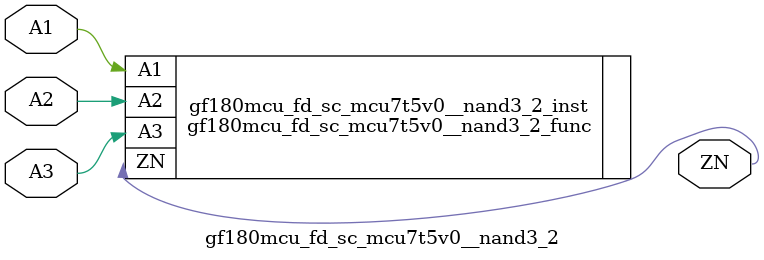
<source format=v>

module gf180mcu_fd_sc_mcu7t5v0__nand3_2( ZN, A3, A2, A1 );
input A1, A2, A3;
output ZN;

   `ifdef FUNCTIONAL  //  functional //

	gf180mcu_fd_sc_mcu7t5v0__nand3_2_func gf180mcu_fd_sc_mcu7t5v0__nand3_2_behav_inst(.ZN(ZN),.A3(A3),.A2(A2),.A1(A1));

   `else

	gf180mcu_fd_sc_mcu7t5v0__nand3_2_func gf180mcu_fd_sc_mcu7t5v0__nand3_2_inst(.ZN(ZN),.A3(A3),.A2(A2),.A1(A1));

	// spec_gates_begin


	// spec_gates_end



   specify

	// specify_block_begin

	// comb arc A1 --> ZN
	 (A1 => ZN) = (1.0,1.0);

	// comb arc A2 --> ZN
	 (A2 => ZN) = (1.0,1.0);

	// comb arc A3 --> ZN
	 (A3 => ZN) = (1.0,1.0);

	// specify_block_end

   endspecify

   `endif

endmodule

</source>
